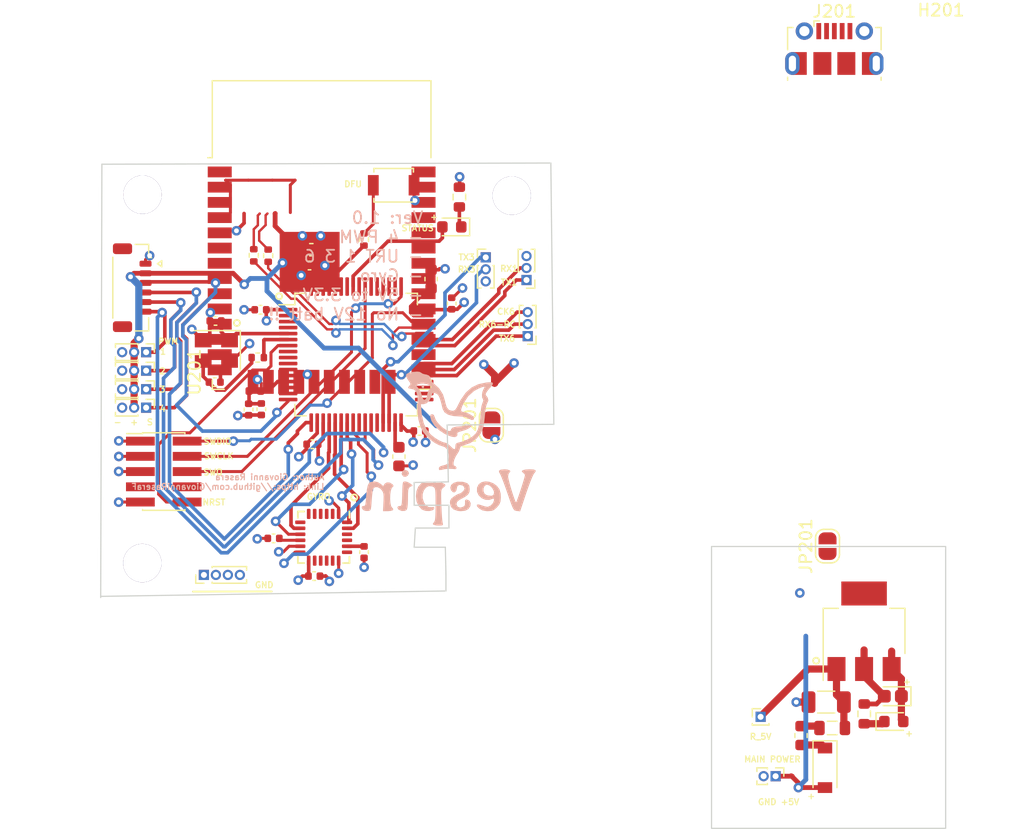
<source format=kicad_pcb>
(kicad_pcb (version 20211014) (generator pcbnew)
  (layers (0 "F.Cu" signal) (1 "In1.Cu" signal) (2 "In2.Cu" signal) (31 "B.Cu" signal) (34 "B.Paste" user) (35 "F.Paste" user) (36 "B.SilkS" user "B.Silkscreen") (37 "F.SilkS" user "F.Silkscreen") (38 "B.Mask" user) (39 "F.Mask" user) (44 "Edge.Cuts" user))
  (net 0 "")
  (net 1 "BUCK_VOUT_3V3")
  (net 2 "GND")
  (net 3 "+3.3VA")
  (net 4 "HSE_IN")
  (net 5 "BUCK_IN")
  (net 6 "Net-(C3-Pad1)")
  (net 7 "Net-(D1-Pad1)")
  (net 8 "Net-(D101-Pad1)")
  (net 9 "+5V")
  (net 10 "Net-(C316-Pad1)")
  (net 11 "Net-(F101-Pad2)")
  (net 12 "USB_CONN_D-")
  (net 13 "USB_CONN_D+")
  (net 14 "Net-(C317-Pad1)")
  (net 15 "Net-(D102-Pad1)")
  (net 16 "SWDIO")
  (net 17 "SWCLK")
  (net 18 "SWO")
  (net 19 "NRST")
  (net 20 "Net-(C1-Pad1)")
  (net 21 "BOOT0")
  (net 22 "HSE_OUT")
  (net 32 "Net-(C12-Pad1)")
  (net 34 "PWM4")
  (net 35 "PWM3")
  (net 37 "USART6_TX")
  (net 42 "USART6_RX")
  (net 45 "USART6_CK")
  (net 46 "USART1_TX")
  (net 47 "USB_D-")
  (net 48 "USB_D+")
  (net 55 "LED0")
  (net 56 "PWM1")
  (net 57 "GYRO_INT_EXTI")
  (net 58 "Net-(R1-Pad2)")
  (net 60 "USART1_RX")
  (net 62 "USART3_TX")
  (net 66 "MPU6000_CS_PIN")
  (net 67 "GYRO_SCK_PIN")
  (net 68 "GYRO_MISO_PIN")
  (net 69 "GYRO_MOSI_PIN")
  (net 70 "PWM2")
  (net 72 "USART3_RX")
  (net 74 "unconnected-(J201-Pad6)")
  (net 79 "Net-(C102-Pad1)")
  (net 81 "Net-(U201-Pad1)")
  (net 85 "unconnected-(U201-Pad5)")
  (footprint "Connector_PinHeader_1.00mm:PinHeader_1x03_P1.00mm_Vertical" (layer "F.Cu") (at 130.89 103.46 -90)
    (fp_text reference "J208")
    (fp_text value "Conn_01x03_Female")
  )
  (footprint "Capacitor_SMD:C_0402_1005Metric" (layer "F.Cu") (at 144.76 106.51 180)
    (fp_text reference "C8")
    (fp_text value "100n")
  )
  (footprint "Capacitor_SMD:C_0402_1005Metric" (layer "F.Cu") (at 156.38 94.77 90)
    (fp_text reference "C5")
    (fp_text value "100n")
  )
  (footprint "Resistor_SMD:R_0402_1005Metric" (layer "F.Cu") (at 139.87 90.75 -90)
    (fp_text reference "R201")
    (fp_text value "22")
  )
  (footprint "Resistor_SMD:R_0402_1005Metric" (layer "F.Cu") (at 149.06 89.43 90)
    (fp_text reference "R1")
    (fp_text value "10K")
  )
  (footprint "Package_TO_SOT_SMD:SOT-223" (layer "F.Cu") (at 190.78 122.11 90)
    (fp_text reference "VR101")
    (fp_text value "LM3940IMP-3.3/NOPB")
  )
  (footprint "Connector_USB:USB_Micro-B_Molex-105017-0001" (layer "F.Cu") (at 188.3 73.51)
    (fp_text reference "J201")
    (fp_text value "USB_B_Micro")
  )
  (footprint "Capacitor_SMD:C_0402_1005Metric" (layer "F.Cu") (at 144.52 91.6)
    (fp_text reference "C6")
    (fp_text value "100n")
  )
  (footprint "Capacitor_SMD:C_0402_1005Metric" (layer "F.Cu") (at 136.61 101.33)
    (fp_text reference "C12")
    (fp_text value "12p")
  )
  (footprint "Capacitor_SMD:C_0402_1005Metric" (layer "F.Cu") (at 153.698 105.402)
    (fp_text reference "C4")
    (fp_text value "100n")
  )
  (footprint "Jumper:SolderJumper-2_P1.3mm_Open_RoundedPad1.0x1.5mm" (layer "F.Cu") (at 187.73 115.01 90)
    (fp_text reference "JP201")
    (fp_text value "Jumper_2_Open")
  )
  (footprint "Capacitor_SMD:C_0402_1005Metric" (layer "F.Cu") (at 149.07 115.51 -90)
    (fp_text reference "C317")
    (fp_text value "22n")
  )
  (footprint "Crystal:Crystal_SMD_3225-4Pin_3.2x2.5mm" (layer "F.Cu") (at 136.75 98.68 180)
    (fp_text reference "Y1")
    (fp_text value "16MHz")
  )
  (footprint "MountingHole:MountingHole_3.2mm_M3" (layer "F.Cu") (at 197.2 74.5)
    (fp_text reference "H201")
    (fp_text value "MountingHole_Pad")
  )
  (footprint "Connector_PinHeader_1.00mm:PinHeader_1x03_P1.00mm_Vertical" (layer "F.Cu") (at 162.62 92.81 180)
    (fp_text reference "J210")
    (fp_text value "Conn_01x03_Female")
  )
  (footprint "Connector_PinHeader_1.00mm:PinHeader_1x02_P1.00mm_Vertical" (layer "F.Cu") (at 183.4 134.2 -90)
    (fp_text reference "J202")
    (fp_text value "BATTERY")
  )
  (footprint "Sensor_Motion:InvenSense_QFN-24_4x4mm_P0.5mm" (layer "F.Cu") (at 145.7 114.27 -90)
    (fp_text reference "U303")
    (fp_text value "MPU-6000")
  )
  (footprint "Capacitor_SMD:C_0402_1005Metric" (layer "F.Cu") (at 141.52 114.36 180)
    (fp_text reference "C316")
    (fp_text value "100n")
  )
  (footprint "Capacitor_SMD:C_0603_1608Metric" (layer "F.Cu") (at 151.9765 107.54 -90)
    (fp_text reference "C1")
    (fp_text value "2u2")
  )
  (footprint "Connector_Hirose:Hirose_DF52-6S-0.8H_1x06-1MP_P0.80mm_Horizontal" (layer "F.Cu") (at 129.73 93.45 -90)
    (fp_text reference "J204")
    (fp_text value "Conn_01x06_Male")
  )
  (footprint "RF_Module:ESP32-WROOM-32" (layer "F.Cu") (at 145.53 92.05)
    (fp_text reference "U201")
    (fp_text value "ESP32-WROOM-32")
  )
  (footprint "Capacitor_SMD:C_0402_1005Metric" (layer "F.Cu") (at 139.44 103.61 -90)
    (fp_text reference "C9")
    (fp_text value "1u")
  )
  (footprint "LED_SMD:LED_0603_1608Metric" (layer "F.Cu") (at 193.26 129.64)
    (fp_text reference "D102")
    (fp_text value "RED")
  )
  (footprint "Connector_PinHeader_1.00mm:PinHeader_1x03_P1.00mm_Vertical" (layer "F.Cu") (at 130.89 101.92 -90)
    (fp_text reference "J207")
    (fp_text value "Conn_01x03_Female")
  )
  (footprint "Resistor_SMD:R_0603_1608Metric" (layer "F.Cu") (at 157.02 85.89 -90)
    (fp_text reference "R3")
    (fp_text value "1K5")
  )
  (footprint "Resistor_SMD:R_0402_1005Metric" (layer "F.Cu") (at 140.2 99.28 180)
    (fp_text reference "R2")
    (fp_text value "47")
  )
  (footprint "LED_SMD:LED_0603_1608Metric" (layer "F.Cu") (at 156.39 88.38 180)
    (fp_text reference "D1")
    (fp_text value "BLUE")
  )
  (footprint "Fuse:Fuse_0603_1608Metric" (layer "F.Cu") (at 185.52 130.81 90)
    (fp_text reference "F101")
    (fp_text value "250mA")
  )
  (footprint "Diode_SMD:D_SOD-123" (layer "F.Cu") (at 187.52 133.5 -90)
    (fp_text reference "D101")
    (fp_text value "B5819W")
  )
  (footprint "Connector_PinHeader_1.00mm:PinHeader_1x03_P1.00mm_Vertical" (layer "F.Cu") (at 162.72 97.49 180)
    (fp_text reference "J209")
    (fp_text value "Conn_01x03_Female")
  )
  (footprint "Capacitor_SMD:C_0402_1005Metric" (layer "F.Cu") (at 140.5 103.59 -90)
    (fp_text reference "C10")
    (fp_text value "10n")
  )
  (footprint "Resistor_SMD:R_0402_1005Metric" (layer "F.Cu") (at 141.07 90.78 -90)
    (fp_text reference "R202")
    (fp_text value "22")
  )
  (footprint "Inductor_SMD:L_0805_2012Metric" (layer "F.Cu") (at 188.12 130.18)
    (fp_text reference "FB101")
    (fp_text value "600 @ 600MHz")
  )
  (footprint "Jumper:SolderJumper-2_P1.3mm_Open_RoundedPad1.0x1.5mm" (layer "F.Cu") (at 159.69 104.92 90)
    (fp_text reference "JP201")
    (fp_text value "Jumper_2_Open")
  )
  (footprint "Capacitor_SMD:C_0402_1005Metric" (layer "F.Cu") (at 136.68 96.22 180)
    (fp_text reference "C11")
    (fp_text value "12p")
  )
  (footprint "Connector_PinHeader_1.27mm:PinHeader_2x05_P1.27mm_Vertical_SMD" (layer "F.Cu") (at 132.36 108.79)
    (fp_text reference "J203")
    (fp_text value "SWD_CONN")
  )
  (footprint "Connector_PinHeader_1.00mm:PinHeader_1x03_P1.00mm_Vertical" (layer "F.Cu") (at 130.89 100.37 -90)
    (fp_text reference "J206")
    (fp_text value "Conn_01x03_Female" hide)
  )
  (footprint "Capacitor_SMD:C_0603_1608Metric" (layer "F.Cu") (at 154.66 92.73 90)
    (fp_text reference "C3")
    (fp_text value "2u2")
  )
  (footprint "MountingHole:MountingHole_3.2mm_M3" (layer "F.Cu") (at 161.39 85.77)
    (fp_text reference "H203")
    (fp_text value "MountingHole_Pad")
  )
  (footprint "Capacitor_SMD:C_0603_1608Metric" (layer "F.Cu") (at 144.67 90.28)
    (fp_text reference "C2")
    (fp_text value "4u7")
  )
  (footprint "Capacitor_SMD:C_0402_1005Metric" (layer "F.Cu") (at 140.43 95.29 180)
    (fp_text reference "C7")
    (fp_text value "100n")
  )
  (footprint "MountingHole:MountingHole_3.2mm_M3" (layer "F.Cu") (at 130.59 85.69)
    (fp_text reference "H204")
    (fp_text value "MountingHole_Pad")
  )
  (footprint "Inductor_SMD:L_0402_1005Metric" (layer "F.Cu") (at 139.96 102.07 180)
    (fp_text reference "L1")
    (fp_text value "39n")
  )
  (footprint "Capacitor_SMD:C_0402_1005Metric" (layer "F.Cu") (at 144.91 117.51)
    (fp_text reference "C315")
    (fp_text value "100n")
  )
  (footprint "Connector_PinHeader_1.00mm:PinHeader_1x03_P1.00mm_Vertical" (layer "F.Cu") (at 159.22 90.92)
    (fp_text reference "J211")
    (fp_text value "Conn_01x03_Female")
  )
  (footprint "MountingHole:MountingHole_3.2mm_M3" (layer "F.Cu") (at 130.57 116.42)
    (fp_text reference "H202")
    (fp_text value "MountingHole_Pad")
  )
  (footprint "Connector_PinHeader_1.00mm:PinHeader_1x03_P1.00mm_Vertical" (layer "F.Cu") (at 130.89 98.83 -90)
    (fp_text reference "J205")
    (fp_text value "Conn_01x03_Female")
  )
  (footprint "Capacitor_SMD:C_1206_3216Metric" (layer "F.Cu") (at 187.62 128.02 180)
    (fp_text reference "C101")
    (fp_text value "0u47")
  )
  (footprint "Package_QFP:LQFP-64_10x10mm_P0.5mm" (layer "F.Cu") (at 148.41 99.03)
    (fp_text reference "U1")
    (fp_text value "STM32F405RGT6")
  )
  (footprint "Button_Switch_SMD:SW_SPST_B3U-1000P" (layer "F.Cu") (at 151.54 84.905 180)
    (fp_text reference "SW1")
    (fp_text value "SW_SPDT")
  )
  (footprint "Connector_PinHeader_1.00mm:PinHeader_1x01_P1.00mm_Vertical" (layer "F.Cu") (at 182.15 129.25)
    (fp_text reference "J101")
    (fp_text value "+5V")
  )
  (footprint "Capacitor_Tantalum_SMD:CP_EIA-1608-08_AVX-J" (layer "F.Cu") (at 193.18 127.53 180)
    (fp_text reference "C102")
    (fp_text value "33u")
  )
  (footprint "Connector_PinHeader_1.00mm:PinHeader_1x04_P1.00mm_Vertical" (layer "F.Cu") (at 135.71 117.41 90)
    (fp_text reference "J102")
    (fp_text value "GND")
  )
  (footprint "Resistor_SMD:R_0603_1608Metric" (layer "F.Cu") (at 190.79 129 -90)
    (fp_text reference "R101")
    (fp_text value "1K")
  )
  (footprint "Footprints:LogoVespin20x17p5" (layer "B.Cu") (at 156.23 106.85 180)
    (fp_text reference "G***")
    (fp_text value "LOGO" hide)
  )
  (gr_circle (center 148.247018 110.95) (end 148.487018 111.03) (layer "F.SilkS") (width 0.15) (fill none))
  (gr_circle (center 186.782982 124.57) (end 187.022982 124.65) (layer "F.SilkS") (width 0.15) (fill none))
  (gr_line (start 134.79 118.8) (end 141.37 118.79) (layer "F.SilkS") (width 0.15))
  (gr_circle (center 138.462982 96.39) (end 138.702982 96.47) (layer "F.SilkS") (width 0.15) (fill none))
  (gr_circle (center 141.977018 94.17) (end 142.217018 94.25) (layer "F.SilkS") (width 0.15) (fill none))
  (gr_line (start 156 104.9) (end 156.1 109.65) (layer "Edge.Cuts") (width 0.1))
  (gr_line (start 127.2 83.15) (end 164.65 83.05) (layer "Edge.Cuts") (width 0.1))
  (gr_line (start 127.1 119.3) (end 127.2 83.15) (layer "Edge.Cuts") (width 0.1))
  (gr_line (start 164.9 104.85) (end 156 104.9) (layer "Edge.Cuts") (width 0.1))
  (gr_line (start 164.65 83.05) (end 164.9 104.85) (layer "Edge.Cuts") (width 0.1))
  (gr_line (start 153.25 111.6) (end 156.15 111.6) (layer "Edge.Cuts") (width 0.1))
  (gr_line (start 155.85 115.1) (end 155.9 117.35) (layer "Edge.Cuts") (width 0.1))
  (gr_line (start 153.25 109.7) (end 153.25 111.6) (layer "Edge.Cuts") (width 0.1))
  (gr_line (start 153.35 113.5) (end 153.25 115.1) (layer "Edge.Cuts") (width 0.1))
  (gr_line (start 156.15 111.6) (end 156.15 113.5) (layer "Edge.Cuts") (width 0.1))
  (gr_line (start 155.9 118.75) (end 127.1 119.2) (layer "Edge.Cuts") (width 0.1))
  (gr_line (start 156.1 109.65) (end 153.25 109.7) (layer "Edge.Cuts") (width 0.1))
  (gr_rect (start 178.055 115.04) (end 197.585 138.55) (layer "Edge.Cuts") (width 0.1) (fill none))
  (gr_line (start 156.15 113.5) (end 153.35 113.5) (layer "Edge.Cuts") (width 0.1))
  (gr_line (start 153.25 115.1) (end 155.85 115.1) (layer "Edge.Cuts") (width 0.1))
  (gr_line (start 155.9 117.35) (end 155.9 118.75) (layer "Edge.Cuts") (width 0.1))
  (gr_text "Ver: 1.0\n- 4 PWM\n- URT 1 3 6\n- Gyro\n- 5V to 3.3V\n- No 12V batt !!" (at 154.1 91.64) (layer "B.SilkS") (effects (font (size 1 1)) (justify left mirror)))
  (gr_text "Author: Giovanni Rasera\nLink: https://github.com/GiovanniRaseraF" (at 145.81 109.65) (layer "B.SilkS") (effects (font (size 0.5 0.5) (thickness 0.1)) (justify left mirror)))
  (gr_text "+" (at 154.91 87.55) (layer "F.SilkS") (effects (font (size 0.5 0.5) (thickness 0.1))))
  (gr_text "DFU" (at 148.15 84.81) (layer "F.SilkS") (effects (font (size 0.5 0.5) (thickness 0.1))))
  (gr_text "PWM" (at 132.73 97.93) (layer "F.SilkS") (effects (font (size 0.5 0.5) (thickness 0.1))))
  (gr_text "TX1" (at 161.15 93) (layer "F.SilkS") (effects (font (size 0.5 0.5) (thickness 0.1))))
  (gr_text "CK6" (at 160.91 95.44) (layer "F.SilkS") (effects (font (size 0.5 0.5) (thickness 0.1))))
  (gr_text "+" (at 194.54 130.63) (layer "F.SilkS") (effects (font (size 0.5 0.5) (thickness 0.1))))
  (gr_text "SWCLK" (at 136.95 107.5) (layer "F.SilkS") (effects (font (size 0.5 0.5) (thickness 0.1))))
  (gr_text "+5V\n" (at 184.6 136.35) (layer "F.SilkS") (effects (font (size 0.5 0.5) (thickness 0.1))))
  (gr_text "SWDIO" (at 136.85 106.28) (layer "F.SilkS") (effects (font (size 0.5 0.5) (thickness 0.1))))
  (gr_text "R_5V\n" (at 182.15 130.9) (layer "F.SilkS") (effects (font (size 0.5 0.5) (thickness 0.1))))
  (gr_text "GND\n" (at 182.7 136.35) (layer "F.SilkS") (effects (font (size 0.5 0.5) (thickness 0.1))))
  (gr_text "+" (at 186.37 135.86) (layer "F.SilkS") (effects (font (size 0.5 0.5) (thickness 0.1))))
  (gr_text "TX3" (at 157.62 90.91) (layer "F.SilkS") (effects (font (size 0.5 0.5) (thickness 0.1))))
  (gr_text "RX1" (at 161.16 91.86) (layer "F.SilkS") (effects (font (size 0.5 0.5) (thickness 0.1))))
  (gr_text "3" (at 132.25 101.93) (layer "F.SilkS") (effects (font (size 0.5 0.5) (thickness 0.1))))
  (gr_text "MAIN POWER\n" (at 183.13 132.79) (layer "F.SilkS") (effects (font (size 0.5 0.5) (thickness 0.1))))
  (gr_text "4" (at 132.28 103.54) (layer "F.SilkS") (effects (font (size 0.5 0.5) (thickness 0.1))))
  (gr_text "GND\n" (at 140.74 118.25) (layer "F.SilkS") (effects (font (size 0.5 0.5) (thickness 0.1))))
  (gr_text "-  +  S" (at 129.82 104.67) (layer "F.SilkS") (effects (font (size 0.5 0.5) (thickness 0.1))))
  (gr_text "GYRO" (at 145.28 110.89) (layer "F.SilkS") (effects (font (size 0.5 0.5) (thickness 0.1))))
  (gr_text "RX3" (at 157.63 91.92) (layer "F.SilkS") (effects (font (size 0.5 0.5) (thickness 0.1))))
  (gr_text "TX6" (at 160.99 97.69) (layer "F.SilkS") (effects (font (size 0.5 0.5) (thickness 0.1))))
  (gr_text "2" (at 132.25 100.41) (layer "F.SilkS") (effects (font (size 0.5 0.5) (thickness 0.1))))
  (gr_text "+" (at 194.36 126.31) (layer "F.SilkS") (effects (font (size 0.5 0.5) (thickness 0.1))))
  (gr_text "SWO" (at 136.47 108.85) (layer "F.SilkS") (effects (font (size 0.5 0.5) (thickness 0.1))))
  (gr_text "RX6-RC" (at 160.18 96.51) (layer "F.SilkS") (effects (font (size 0.5 0.5) (thickness 0.1))))
  (gr_text "NRST" (at 136.55 111.35) (layer "F.SilkS") (effects (font (size 0.5 0.5) (thickness 0.1))))
  (gr_text "1" (at 132.3 98.78) (layer "F.SilkS") (effects (font (size 0.5 0.5) (thickness 0.1))))
  (gr_text "STATUS" (at 153.54 88.48) (layer "F.SilkS") (effects (font (size 0.5 0.5) (thickness 0.1))))
  (segment (start 153.218 106.272) (end 153.16 106.33) (width 0.3) (layer "F.Cu") (net 1))
  (segment (start 152.654 105.41) (end 153.21 105.41) (width 0.3) (layer "F.Cu") (net 1))
  (segment (start 143.895 89.595) (end 143.925 89.565) (width 0.3) (layer "F.Cu") (net 1))
  (segment (start 156.84 95.25) (end 157.42 94.67) (width 0.3) (layer "F.Cu") (net 1))
  (segment (start 152.16 104.916) (end 152.654 105.41) (width 0.3) (layer "F.Cu") (net 1))
  (segment (start 141.859639 101.28) (end 141.069639 102.07) (width 0.3) (layer "F.Cu") (net 1))
  (segment (start 140.49 102.025) (end 140.445 102.07) (width 0.25) (layer "F.Cu") (net 1))
  (segment (start 128.63 106.25) (end 128.61 106.23) (width 0.25) (layer "F.Cu") (net 1))
  (segment (start 140.91 95.29) (end 140.91 96.19) (width 0.3) (layer "F.Cu") (net 1))
  (segment (start 144.04 91.93) (end 144.66 92.55) (width 0.3) (layer "F.Cu") (net 1))
  (segment (start 130.41 106.25) (end 128.63 106.25) (width 0.25) (layer "F.Cu") (net 1))
  (segment (start 152.16 104.705) (end 152.16 104.916) (width 0.3) (layer "F.Cu") (net 1))
  (segment (start 140.49 101.42) (end 140.49 102.025) (width 0.25) (layer "F.Cu") (net 1))
  (segment (start 153.21 105.41) (end 153.218 105.402) (width 0.3) (layer "F.Cu") (net 1))
  (segment (start 153.218 105.402) (end 153.218 106.272) (width 0.3) (layer "F.Cu") (net 1))
  (segment (start 144.66 92.55) (end 144.66 93.355) (width 0.3) (layer "F.Cu") (net 1))
  (segment (start 140.92 95.28) (end 142.735 95.28) (width 0.3) (layer "F.Cu") (net 1))
  (segment (start 140.91 95.29) (end 140.92 95.28) (width 0.3) (layer "F.Cu") (net 1))
  (segment (start 143.895 90.28) (end 143.895 89.595) (width 0.3) (layer "F.Cu") (net 1))
  (segment (start 156.35 95.28) (end 156.38 95.25) (width 0.3) (layer "F.Cu") (net 1))
  (segment (start 144.43 117.51) (end 143.93 117.51) (width 0.3) (layer "F.Cu") (net 1))
  (segment (start 144.04 92.15) (end 143.8 92.39) (width 0.3) (layer "F.Cu") (net 1))
  (segment (start 142.735 101.28) (end 141.859639 101.28) (width 0.3) (layer "F.Cu") (net 1))
  (segment (start 145.24 106.51) (end 145.24 107.79) (width 0.3) (layer "F.Cu") (net 1))
  (segment (start 140.91 96.19) (end 140.93 96.21) (width 0.3) (layer "F.Cu") (net 1))
  (segment (start 141.069639 102.07) (end 140.445 102.07) (width 0.3) (layer "F.Cu") (net 1))
  (segment (start 153.24 84.905) (end 153.24 86.1) (width 0.25) (layer "F.Cu") (net 1))
  (segment (start 145.66 104.705) (end 145.66 106.09) (width 0.3) (layer "F.Cu") (net 1))
  (segment (start 143.925 89.565) (end 143.925 89.125) (width 0.3) (layer "F.Cu") (net 1))
  (segment (start 144.04 91.6) (end 144.04 92.15) (width 0.3) (layer "F.Cu") (net 1))
  (segment (start 156.38 95.25) (end 156.84 95.25) (width 0.3) (layer "F.Cu") (net 1))
  (segment (start 144.04 91.6) (end 144.04 91.93) (width 0.3) (layer "F.Cu") (net 1))
  (segment (start 153.24 86.1) (end 153.32 86.18) (width 0.25) (layer "F.Cu") (net 1))
  (segment (start 145.24 107.79) (end 145.35 107.9) (width 0.3) (layer "F.Cu") (net 1))
  (segment (start 143.93 117.51) (end 143.59 117.85) (width 0.3) (layer "F.Cu") (net 1))
  (segment (start 144.45 116.22) (end 144.45 117.49) (width 0.3) (layer "F.Cu") (net 1))
  (segment (start 143.59 117.85) (end 143.575 117.85) (width 0.3) (layer "F.Cu") (net 1))
  (segment (start 144.45 117.49) (end 144.43 117.51) (width 0.3) (layer "F.Cu") (net 1))
  (segment (start 154.085 95.28) (end 156.35 95.28) (width 0.3) (layer "F.Cu") (net 1))
  (segment (start 140.18 101.11) (end 140.49 101.42) (width 0.25) (layer "F.Cu") (net 1))
  (segment (start 145.66 106.09) (end 145.24 106.51) (width 0.3) (layer "F.Cu") (net 1))
  (via (at 128.61 106.23) (size 0.8) (drill 0.4) (layers "F.Cu" "B.Cu") (net 1))
  (via (at 140.93 96.21) (size 0.8) (drill 0.4) (layers "F.Cu" "B.Cu") (net 1))
  (via (at 143.925 89.125) (size 0.8) (drill 0.4) (layers "F.Cu" "B.Cu") (net 1))
  (via (at 153.32 86.18) (size 0.8) (drill 0.4) (layers "F.Cu" "B.Cu") (net 1))
  (via (at 143.575 117.85) (size 0.8) (drill 0.4) (layers "F.Cu" "B.Cu") (net 1))
  (via (at 140.18 101.11) (size 0.8) (drill 0.4) (layers "F.Cu" "B.Cu") (net 1))
  (via (at 153.16 106.33) (size 0.8) (drill 0.4) (layers "F.Cu" "B.Cu") (net 1))
  (via (at 145.35 107.9) (size 0.8) (drill 0.4) (layers "F.Cu" "B.Cu") (net 1))
  (via (at 157.42 94.67) (size 0.8) (drill 0.4) (layers "F.Cu" "B.Cu") (net 1))
  (via (at 143.825 92.425) (size 0.8) (drill 0.4) (layers "F.Cu" "B.Cu") (net 1))
  (segment (start 136.2 95.51) (end 136.21 95.5) (width 0.3) (layer "F.Cu") (net 2))
  (segment (start 130.84 91.45) (end 130.84 91.11) (width 0.25) (layer "F.Cu") (net 2))
  (segment (start 159.96 100.75) (end 159.06 99.85) (width 0.6) (layer "F.Cu") (net 2))
  (segment (start 145.86 117.51) (end 145.87 117.5) (width 0.3) (layer "F.Cu") (net 2))
  (segment (start 159.96 101.42) (end 159.96 100.75) (width 0.6) (layer "F.Cu") (net 2))
  (segment (start 145 91.6) (end 145.8 91.6) (width 0.3) (layer "F.Cu") (net 2))
  (segment (start 146.95 111.829315) (end 146.345685 111.225) (width 0.25) (layer "F.Cu") (net 2))
  (segment (start 144.28 106.51) (end 144.28 106.89) (width 0.3) (layer "F.Cu") (net 2))
  (segment (start 130.41 111.33) (end 128.61 111.33) (width 0.25) (layer "F.Cu") (net 2))
  (segment (start 145 91.6) (end 145.16 91.76) (width 0.3) (layer "F.Cu") (net 2))
  (segment (start 154.66 91.955) (end 155.295 91.955) (width 0.3) (layer "F.Cu") (net 2))
  (segment (start 144.24 100.78) (end 144.34 100.68) (width 0.25) (layer "F.Cu") (net 2))
  (segment (start 156.38 94.29) (end 156.47 94.29) (width 0.25) (layer "F.Cu") (net 2))
  (segment (start 154.178 106.338) (end 154.2 106.36) (width 0.25) (layer "F.Cu") (net 2))
  (segment (start 130.84 91.11) (end 131.18 90.77) (width 0.25) (layer "F.Cu") (net 2))
  (segment (start 191.8225 128.175) (end 192.4675 127.53) (width 0.4) (layer "F.Cu") (net 2))
  (segment (start 128.62 107.52) (end 128.61 107.53) (width 0.25) (layer "F.Cu") (net 2))
  (segment (start 155.295 91.955) (end 155.375 91.875) (width 0.3) (layer "F.Cu") (net 2))
  (segment (start 145.445 90.28) (end 145.445 89.595) (width 0.3) (layer "F.Cu") (net 2))
  (segment (start 149.07 116.77) (end 149.075 116.775) (width 0.25) (layer "F.Cu") (net 2))
  (segment (start 142.64 115.19) (end 142.35 115.48) (width 0.25) (layer "F.Cu") (net 2))
  (segment (start 135.65 97.83) (end 135.59 97.83) (width 0.3) (layer "F.Cu") (net 2))
  (segment (start 143.75 115.02) (end 142.81 115.02) (width 0.25) (layer "F.Cu") (net 2))
  (segment (start 145.45 89.59) (end 145.45 89.125) (width 0.3) (layer "F.Cu") (net 2))
  (segment (start 130.41 107.52) (end 128.62 107.52) (width 0.25) (layer "F.Cu") (net 2))
  (segment (start 145.16 105.580361) (end 144.28 106.460361) (width 0.3) (layer "F.Cu") (net 2))
  (segment (start 159.96 101.36) (end 161.58 99.74) (width 0.6) (layer "F.Cu") (net 2))
  (segment (start 140.2 114.36) (end 140.16 114.4) (width 0.25) (layer "F.Cu") (net 2))
  (segment (start 130.41 108.79) (end 128.61 108.79) (width 0.25) (layer "F.Cu") (net 2))
  (segment (start 145.445 89.595) (end 145.45 89.59) (width 0.3) (layer "F.Cu") (net 2))
  (segment (start 144.28 106.89) (end 143.62 107.55) (width 0.3) (layer "F.Cu") (net 2))
  (segment (start 128.61 111.33) (end 128.6 111.34) (width 0.25) (layer "F.Cu") (net 2))
  (segment (start 155.375 91.875) (end 155.825 91.875) (width 0.3) (layer "F.Cu") (net 2))
  (segment (start 137.85 99.53) (end 138.149022 99.53) (width 0.3) (layer "F.Cu") (net 2))
  (segment (start 151.9765 108.315) (end 153.095 108.315) (width 0.25) (layer "F.Cu") (net 2))
  (segment (start 186.145 128.02) (end 185.12 128.02) (width 0.6) (layer "F.Cu") (net 2))
  (segment (start 149.07 115.99) (end 149.07 116.77) (width 0.25) (layer "F.Cu") (net 2))
  (segment (start 190.78 125.8425) (end 192.4675 127.53) (width 0.6) (layer "F.Cu") (net 2))
  (segment (start 136.2 97.28) (end 135.65 97.83) (width 0.3) (layer "F.Cu") (net 2))
  (segment (start 140.5 104.07) (end 139.46 104.07) (width 0.3) (layer "F.Cu") (net 2))
  (segment (start 137.09 100.29) (end 137.85 99.53) (width 0.3) (layer "F.Cu") (net 2))
  (segment (start 154.178 105.402) (end 154.178 106.338) (width 0.25) (layer "F.Cu") (net 2))
  (segment (start 146.345685 111.225) (end 146.15 111.225) (width 0.25) (layer "F.Cu") (net 2))
  (segment (start 141.04 114.36) (end 140.2 114.36) (width 0.25) (layer "F.Cu") (net 2))
  (segment (start 145.87 117.5) (end 146.175 117.805) (width 0.3) (layer "F.Cu") (net 2))
  (segment (start 138.57 104.09) (end 138.54 104.12) (width 0.3) (layer "F.Cu") (net 2))
  (segment (start 145.39 117.51) (end 145.86 117.51) (width 0.3) (layer "F.Cu") (net 2))
  (segment (start 146.95 116.22) (end 146.95 117.275) (width 0.25) (layer "F.Cu") (net 2))
  (segment (start 153.095 108.315) (end 153.16 108.25) (width 0.25) (layer "F.Cu") (net 2))
  (segment (start 190.78 125.26) (end 190.78 123.67) (width 0.6) (layer "F.Cu") (net 2))
  (segment (start 145.445 89.595) (end 145.44 89.59) (width 0.3) (layer "F.Cu") (net 2))
  (segment (start 156.47 94.29) (end 157.28 93.48) (width 0.25) (layer "F.Cu") (net 2))
  (segment (start 145.16 104.705) (end 145.16 105.580361) (width 0.3) (layer "F.Cu") (net 2))
  (segment (start 190.79 128.175) (end 191.8225 128.175) (width 0.4) (layer "F.Cu") (net 2))
  (segment (start 157.04 85.045) (end 157.02 85.065) (width 0.3) (layer "F.Cu") (net 2))
  (segment (start 157.04 84.2) (end 157.04 85.045) (width 0.3) (layer "F.Cu") (net 2))
  (segment (start 142.81 115.02) (end 142.64 115.19) (width 0.25) (layer "F.Cu") (net 2))
  (segment (start 145.16 91.76) (end 145.16 93.355) (width 0.3) (layer "F.Cu") (net 2))
  (segment (start 190.78 125.26) (end 190.78 125.8425) (width 0.6) (layer "F.Cu") (net 2))
  (segment (start 146.95 111.829315) (end 146.95 112.32) (width 0.25) (layer "F.Cu") (net 2))
  (segment (start 139.46 104.07) (end 139.44 104.09) (width 0.3) (layer "F.Cu") (net 2))
  (segment (start 139.95 95.29) (end 139.06 95.29) (width 0.25) (layer "F.Cu") (net 2))
  (segment (start 138.1 99.53) (end 137.85 99.53) (width 0.25) (layer "F.Cu") (net 2))
  (segment (start 139.52 98.11) (end 138.1 99.53) (width 0.25) (layer "F.Cu") (net 2))
  (segment (start 135.59 97.83) (end 134.68 96.92) (width 0.3) (layer "F.Cu") (net 2))
  (segment (start 137.09 101.33) (end 137.09 100.29) (width 0.3) (layer "F.Cu") (net 2))
  (segment (start 159.96 101.42) (end 159.96 101.36) (width 0.6) (layer "F.Cu") (net 2))
  (segment (start 159.96 106.13) (end 159.99 106.1) (width 0.6) (layer "F.Cu") (net 2))
  (segment (start 136.2 96.22) (end 136.2 97.28) (width 0.3) (layer "F.Cu") (net 2))
  (segment (start 144.28 106.460361) (end 144.28 106.51) (width 0.3) (layer "F.Cu") (net 2))
  (segment (start 146.175 117.805) (end 146.175 117.95) (width 0.3) (layer "F.Cu") (net 2))
  (segment (start 139.44 104.09) (end 138.57 104.09) (width 0.3) (layer "F.Cu") (net 2))
  (segment (start 142.735 100.78) (end 144.24 100.78) (width 0.25) (layer "F.Cu") (net 2))
  (segment (start 136.2 96.22) (end 136.2 95.51) (width 0.3) (layer "F.Cu") (net 2))
  (segment (start 142.35 115.48) (end 141.95 115.48) (width 0.25) (layer "F.Cu") (net 2))
  (segment (start 128.61 108.79) (end 128.6 108.78) (width 0.25) (layer "F.Cu") (net 2))
  (via (at 128.6 108.78) (size 0.8) (drill 0.4) (layers "F.Cu" "B.Cu") (net 2))
  (via (at 146.15 111.225) (size 0.8) (drill 0.4) (layers "F.Cu" "B.Cu") (net 2))
  (via (at 153.16 108.25) (size 0.8) (drill 0.4) (layers "F.Cu" "B.Cu") (net 2))
  (via (at 157.28 93.48) (size 0.8) (drill 0.4) (layers "F.Cu" "B.Cu") (net 2))
  (via (at 139.52 98.11) (size 0.8) (drill 0.4) (layers "F.Cu" "B.Cu") (net 2))
  (via (at 145.8 91.6) (size 0.8) (drill 0.4) (layers "F.Cu" "B.Cu") (net 2))
  (via (at 138.54 104.12) (size 0.8) (drill 0.4) (layers "F.Cu" "B.Cu") (net 2))
  (via (at 128.61 107.53) (size 0.8) (drill 0.4) (layers "F.Cu" "B.Cu") (net 2))
  (via (at 144.34 100.68) (size 0.8) (drill 0.4) (layers "F.Cu" "B.Cu") (net 2))
  (via (at 146.175 117.95) (size 0.8) (drill 0.4) (layers "F.Cu" "B.Cu") (net 2))
  (via (at 131.18 90.77) (size 0.8) (drill 0.4) (layers "F.Cu" "B.Cu") (net 2))
  (via (at 145.45 89.125) (size 0.8) (drill 0.4) (layers "F.Cu" "B.Cu") (net 2))
  (via (at 143.62 107.55) (size 0.8) (drill 0.4) (layers "F.Cu" "B.Cu") (net 2))
  (via (at 149.075 116.775) (size 0.8) (drill 0.4) (layers "F.Cu" "B.Cu") (net 2))
  (via (at 128.6 111.34) (size 0.8) (drill 0.4) (layers "F.Cu" "B.Cu") (net 2))
  (via (at 185.12 128.02) (size 0.8) (drill 0.4) (layers "F.Cu" "B.Cu") (net 2))
  (via (at 154.2 106.36) (size 0.8) (drill 0.4) (layers "F.Cu" "B.Cu") (net 2))
  (via (at 136.25 95.525) (size 0.8) (drill 0.4) (layers "F.Cu" "B.Cu") (net 2))
  (via (at 140.16 114.4) (size 0.8) (drill 0.4) (layers "F.Cu" "B.Cu") (net 2))
  (via (at 155.825 91.875) (size 0.8) (drill 0.4) (layers "F.Cu" "B.Cu") (net 2))
  (via (at 138.425 88.7) (size 0.8) (drill 0.4) (layers "F.Cu" "B.Cu") (net 2))
  (via (at 134.7 96.925) (size 0.8) (drill 0.4) (layers "F.Cu" "B.Cu") (net 2))
  (via (at 141.95 115.48) (size 0.8) (drill 0.4) (layers "F.Cu" "B.Cu") (net 2))
  (via (at 159.06 99.85) (size 0.8) (drill 0.4) (layers "F.Cu" "B.Cu") (net 2))
  (via (at 157.04 84.2) (size 0.8) (drill 0.4) (layers "F.Cu" "B.Cu") (net 2))
  (via (at 161.58 99.74) (size 0.8) (drill 0.4) (layers "F.Cu" "B.Cu") (net 2))
  (via (at 159.99 106.1) (size 0.8) (drill 0.4) (layers "F.Cu" "B.Cu") (net 2))
  (via (at 139.06 95.29) (size 0.8) (drill 0.4) (layers "F.Cu" "B.Cu") (net 2))
  (via (at 146.95 117.275) (size 0.8) (drill 0.4) (layers "F.Cu" "B.Cu") (net 2))
  (segment (start 139.44 103.13) (end 140.48 103.13) (width 0.3) (layer "F.Cu") (net 3))
  (segment (start 139.475 102.07) (end 139.475 103.095) (width 0.3) (layer "F.Cu") (net 3))
  (segment (start 139.475 103.095) (end 139.44 103.13) (width 0.3) (layer "F.Cu") (net 3))
  (segment (start 140.48 103.13) (end 140.5 103.11) (width 0.3) (layer "F.Cu") (net 3))
  (segment (start 142.735 97.28) (end 138.4 97.28) (width 0.3) (layer "F.Cu") (net 4))
  (segment (start 138.4 97.28) (end 137.85 97.83) (width 0.3) (layer "F.Cu") (net 4))
  (segment (start 137.16 96.22) (end 137.16 97.14) (width 0.3) (layer "F.Cu") (net 4))
  (segment (start 137.16 97.14) (end 137.85 97.83) (width 0.3) (layer "F.Cu") (net 4))
  (segment (start 189.095 128.02) (end 189.095 130.0925) (width 0.6) (layer "F.Cu") (net 5))
  (segment (start 189.095 130.0925) (end 189.1825 130.18) (width 0.6) (layer "F.Cu") (net 5))
  (segment (start 188.48 125.26) (end 186.1 125.26) (width 0.6) (layer "F.Cu") (net 5))
  (segment (start 186.1 125.26) (end 182.38 128.98) (width 0.6) (layer "F.Cu") (net 5))
  (segment (start 188.48 127.405) (end 189.095 128.02) (width 0.6) (layer "F.Cu") (net 5))
  (segment (start 188.48 125.26) (end 188.48 127.405) (width 0.6) (layer "F.Cu") (net 5))
  (segment (start 154.465 93.505) (end 154.66 93.505) (width 0.3) (layer "F.Cu") (net 6))
  (segment (start 153.209639 95.78) (end 152.96048 95.530841) (width 0.3) (layer "F.Cu") (net 6))
  (segment (start 152.96048 95.00952) (end 154.465 93.505) (width 0.3) (layer "F.Cu") (net 6))
  (segment (start 152.96048 95.530841) (end 152.96048 95.00952) (width 0.3) (layer "F.Cu") (net 6))
  (segment (start 154.085 95.78) (end 153.209639 95.78) (width 0.3) (layer "F.Cu") (net 6))
  (segment (start 157.02 88.2225) (end 157.1775 88.38) (width 0.3) (layer "F.Cu") (net 7))
  (segment (start 157.02 86.715) (end 157.02 88.2225) (width 0.3) (layer "F.Cu") (net 7))
  (segment (start 185.52 131.5975) (end 187.2675 131.5975) (width 0.6) (layer "F.Cu") (net 8))
  (segment (start 187.2675 131.5975) (end 187.52 131.85) (width 0.6) (layer "F.Cu") (net 8))
  (segment (start 142.27 88.93) (end 141.65 88.31) (width 0.4) (layer "F.Cu") (net 9))
  (segment (start 129.89 98.08) (end 130.28 97.69) (width 0.6) (layer "F.Cu") (net 9))
  (segment (start 129.89 98.83) (end 129.89 100.37) (width 0.6) (layer "F.Cu") (net 9))
  (segment (start 142.27 91.38) (end 142.27 88.93) (width 0.4) (layer "F.Cu") (net 9))
  (segment (start 185.3 135.15) (end 185.28 135.13) (width 0.4) (layer "F.Cu") (net 9))
  (segment (start 130.84 92.25) (end 129.88 92.25) (width 0.4) (layer "F.Cu") (net 9))
  (segment (start 141.65 87.2725) (end 141.66 87.2625) (width 0.4) (layer "F.Cu") (net 9))
  (segment (start 185.69 135.15) (end 184.7 134.16) (width 0.4) (layer "F.Cu") (net 9))
  (segment (start 184.79 134.2) (end 183.51 134.2) (width 0.4) (layer "F.Cu") (net 9))
  (segment (start 129.88 92.25) (end 129.59 92.54) (width 0.4) (layer "F.Cu") (net 9))
  (segment (start 185.69 135.15) (end 185.3 135.15) (width 0.4) (layer "F.Cu") (net 9))
  (segment (start 129.89 100.37) (end 129.89 101.92) (width 0.6) (layer "F.Cu") (net 9))
  (segment (start 141.65 88.31) (end 141.65 87.2725) (width 0.4) (layer "F.Cu") (net 9))
  (segment (start 139.075 93.175) (end 138.15 92.25) (width 0.4) (layer "F.Cu") (net 9))
  (segment (start 129.89 101.92) (end 129.89 103.46) (width 0.6) (layer "F.Cu") (net 9))
  (segment (start 129.89 98.83) (end 129.89 98.08) (width 0.6) (layer "F.Cu") (net 9))
  (segment (start 187.52 135.15) (end 185.69 135.15) (width 0.4) (layer "F.Cu") (net 9))
  (segment (start 138.15 92.25) (end 130.84 92.25) (width 0.4) (layer "F.Cu") (net 9))
  (segment (start 139.08 93.18) (end 139.075 93.175) (width 0.4) (layer "F.Cu") (net 9))
  (via (at 130.28 97.69) (size 0.8) (drill 0.4) (layers "F.Cu" "B.Cu") (net 9))
  (via (at 139.075 93.175) (size 0.8) (drill 0.4) (layers "F.Cu" "B.Cu") (net 9))
  (via (at 142.27 91.38) (size 0.8) (drill 0.4) (layers "F.Cu" "B.Cu") (net 9))
  (via (at 129.59 92.54) (size 0.8) (drill 0.4) (layers "F.Cu" "B.Cu") (net 9))
  (via (at 185.3 135.15) (size 0.8) (drill 0.4) (layers "F.Cu" "B.Cu") (net 9))
  (segment (start 145.73 98.49) (end 140.97 93.73) (width 0.4) (layer "B.Cu") (net 9))
  (segment (start 140.97 93.73) (end 140.97 92.68) (width 0.4) (layer "B.Cu") (net 9))
  (segment (start 155.099511 104.975673) (end 148.613838 98.49) (width 0.4) (layer "B.Cu") (net 9))
  (segment (start 148.613838 98.49) (end 145.73 98.49) (width 0.4) (layer "B.Cu") (net 9))
  (segment (start 185.919511 134.490489) (end 185.919511 122.515673) (width 0.4) (layer "B.Cu") (net 9))
  (segment (start 130.28 97.69) (end 130.28 93.23) (width 0.6) (layer "B.Cu") (net 9))
  (segment (start 185.28 135.13) (end 185.919511 134.490489) (width 0.4) (layer "B.Cu") (net 9))
  (segment (start 140.97 92.68) (end 139.58 92.68) (width 0.4) (layer "B.Cu") (net 9))
  (segment (start 139.58 92.68) (end 139.08 93.18) (width 0.4) (layer "B.Cu") (net 9))
  (segment (start 130.28 93.23) (end 129.59 92.54) (width 0.6) (layer "B.Cu") (net 9))
  (segment (start 140.97 92.68) (end 142.27 91.38) (width 0.4) (layer "B.Cu") (net 9))
  (segment (start 142.16 114.52) (end 142 114.36) (width 0.25) (layer "F.Cu") (net 10))
  (segment (start 143.75 114.52) (end 142.16 114.52) (width 0.25) (layer "F.Cu") (net 10))
  (segment (start 185.52 130.0225) (end 186.9 130.0225) (width 0.6) (layer "F.Cu") (net 11))
  (segment (start 186.9 130.0225) (end 187.0575 130.18) (width 0.6) (layer "F.Cu") (net 11))
  (segment (start 140.859511 87.412989) (end 141.01 87.2625) (width 0.2) (layer "F.Cu") (net 12))
  (segment (start 140.320001 88.762904) (end 140.859511 88.223394) (width 0.2) (layer "F.Cu") (net 12))
  (segment (start 141.07 90.27) (end 140.320001 89.520001) (width 0.2) (layer "F.Cu") (net 12))
  (segment (start 140.859511 88.223394) (end 140.859511 87.412989) (width 0.2) (layer "F.Cu") (net 12))
  (segment (start 140.320001 89.520001) (end 140.320001 88.762904) (width 0.2) (layer "F.Cu") (net 12))
  (segment (start 139.87 88.576522) (end 140.209511 88.237011) (width 0.2) (layer "F.Cu") (net 13))
  (segment (start 139.87 90.24) (end 139.87 88.576522) (width 0.2) (layer "F.Cu") (net 13))
  (segment (start 140.36 87.276103) (end 140.36 87.2625) (width 0.2) (layer "F.Cu") (net 13))
  (segment (start 140.209511 88.237011) (end 140.209511 87.426592) (width 0.2) (layer "F.Cu") (net 13))
  (segment (start 140.209511 87.426592) (end 140.36 87.276103) (width 0.2) (layer "F.Cu") (net 13))
  (segment (start 149.06 115.02) (end 149.07 115.03) (width 0.3) (layer "F.Cu") (net 14))
  (segment (start 147.65 115.02) (end 149.06 115.02) (width 0.3) (layer "F.Cu") (net 14))
  (segment (start 190.79 129.825) (end 192.2875 129.825) (width 0.6) (layer "F.Cu") (net 15))
  (segment (start 192.2875 129.825) (end 192.4725 129.64) (width 0.6) (layer "F.Cu") (net 15))
  (segment (start 134.31 106.25) (end 138.17 106.25) (width 0.25) (layer "F.Cu") (net 16))
  (segment (start 149.76 99.31) (end 145.99 103.08) (width 0.25) (layer "F.Cu") (net 16))
  (segment (start 152.298567 95.54) (end 149.88 95.54) (width 0.25) (layer "F.Cu") (net 16))
  (segment (start 149.88 95.54) (end 149.76 95.66) (width 0.25) (layer "F.Cu") (net 16))
  (segment (start 149.76 95.66) (end 149.76 99.31) (width 0.25) (layer "F.Cu") (net 16))
  (segment (start 138.17 106.25) (end 138.2 106.22) (width 0.25) (layer "F.Cu") (net 16))
  (segment (start 154.085 96.28) (end 153.038567 96.28) (width 0.25) (layer "F.Cu") (net 16))
  (segment (start 153.038567 96.28) (end 152.298567 95.54) (width 0.25) (layer "F.Cu") (net 16))
  (via (at 145.99 103.08) (size 0.8) (drill 0.4) (layers "F.Cu" "B.Cu") (net 16))
  (via (at 138.17 106.25) (size 0.8) (drill 0.4) (layers "F.Cu" "B.Cu") (net 16))
  (segment (start 141.734614 106.09) (end 144.574614 103.25) (width 0.25) (layer "B.Cu") (net 16))
  (segment (start 145.82 103.25) (end 145.99 103.08) (width 0.25) (layer "B.Cu") (net 16))
  (segment (start 138.21 106.22) (end 139.52 106.22) (width 0.25) (layer "B.Cu") (net 16))
  (segment (start 144.574614 103.25) (end 145.82 103.25) (width 0.25) (layer "B.Cu") (net 16))
  (segment (start 139.52 106.22) (end 139.65 106.09) (width 0.25) (layer "B.Cu") (net 16))
  (segment (start 139.65 106.09) (end 141.734614 106.09) (width 0.25) (layer "B.Cu") (net 16))
  (segment (start 152.16 94.195006) (end 152.16 93.355) (width 0.25) (layer "F.Cu") (net 17))
  (segment (start 148.02 96.79) (end 148.02 96) (width 0.25) (layer "F.Cu") (net 17))
  (segment (start 148.02 95.51) (end 148.31 95.22) (width 0.25) (layer "F.Cu") (net 17))
  (segment (start 148.02 96) (end 148.02 95.51) (width 0.25) (layer "F.Cu") (net 17))
  (segment (start 134.31 107.52) (end 139.335006 107.52) (width 0.25) (layer "F.Cu") (net 17))
  (segment (start 151.09 94.79) (end 151.565006 94.79) (width 0.25) (layer "F.Cu") (net 17))
  (segment (start 139.335006 107.52) (end 148.02 98.835006) (width 0.25) (layer "F.Cu") (net 17))
  (segment (start 151.565006 94.79) (end 152.16 94.195006) (width 0.25) (layer "F.Cu") (net 17))
  (segment (start 148.02 98.835006) (end 148.02 96.8) (width 0.25) (layer "F.Cu") (net 17))
  (segment (start 148.02 96.8) (end 148.02 96.79) (width 0.25) (layer "F.Cu") (net 17))
  (via (at 151.09 94.79) (size 0.8) (drill 0.4) (layers "F.Cu" "B.Cu") (net 17))
  (via (at 148.37 95.16) (size 0.8) (drill 0.4) (layers "F.Cu" "B.Cu") (net 17))
  (segment (start 148.37 95.16) (end 148.74 94.79) (width 0.25) (layer "B.Cu") (net 17))
  (segment (start 148.74 94.79) (end 151.09 94.79) (width 0.25) (layer "B.Cu") (net 17))
  (segment (start 149.16 98.5) (end 149.16 93.355) (width 0.25) (layer "F.Cu") (net 18))
  (segment (start 134.31 108.79) (end 138.87 108.79) (width 0.25) (layer "F.Cu") (net 18))
  (segment (start 138.87 108.79) (end 149.16 98.5) (width 0.25) (layer "F.Cu") (net 18))
  (segment (start 141.30452 98.870474) (end 141.30452 99.98548) (width 0.25) (layer "F.Cu") (net 19))
  (segment (start 142.735 98.28) (end 141.894994 98.28) (width 0.25) (layer "F.Cu") (net 19))
  (segment (start 141.894994 98.28) (end 141.30452 98.870474) (width 0.25) (layer "F.Cu") (net 19))
  (segment (start 132.909022 105.555489) (end 131.934511 106.53) (width 0.25) (layer "F.Cu") (net 19))
  (segment (start 134.545583 105.555489) (end 132.909022 105.555489) (width 0.25) (layer "F.Cu") (net 19))
  (segment (start 140.97 100.32) (end 139.781072 100.32) (width 0.25) (layer "F.Cu") (net 19))
  (segment (start 131.934511 106.53) (end 131.934511 110.684511) (width 0.25) (layer "F.Cu") (net 19))
  (segment (start 131.934511 110.684511) (end 132.58 111.33) (width 0.25) (layer "F.Cu") (net 19))
  (segment (start 141.30452 99.98548) (end 140.97 100.32) (width 0.25) (layer "F.Cu") (net 19))
  (segment (start 139.781072 100.32) (end 134.545583 105.555489) (width 0.25) (layer "F.Cu") (net 19))
  (segment (start 132.58 111.33) (end 134.31 111.33) (width 0.25) (layer "F.Cu") (net 19))
  (segment (start 151.66 106.4485) (end 151.9765 106.765) (width 0.3) (layer "F.Cu") (net 20))
  (segment (start 151.66 104.705) (end 151.66 106.4485) (width 0.3) (layer "F.Cu") (net 20))
  (segment (start 149.06 89.94) (end 146.66 92.34) (width 0.3) (layer "F.Cu") (net 21))
  (segment (start 146.66 92.34) (end 146.66 93.355) (width 0.3) (layer "F.Cu") (net 21))
  (segment (start 140.71 97.83) (end 140.71 99.28) (width 0.3) (layer "F.Cu") (net 22))
  (segment (start 140.76 97.78) (end 140.71 97.83) (width 0.3) (layer "F.Cu") (net 22))
  (segment (start 142.735 97.78) (end 140.76 97.78) (width 0.3) (layer "F.Cu") (net 22))
  (segment (start 137.44048 101.98952) (end 139.69 99.74) (width 0.3) (layer "F.Cu") (net 32))
  (segment (start 139.69 99.74) (end 139.69 99.28) (width 0.3) (layer "F.Cu") (net 32))
  (segment (start 135.65 99.53) (end 135.65 100.85) (width 0.3) (layer "F.Cu") (net 32))
  (segment (start 136.13 101.33) (end 136.13 101.372285) (width 0.3) (layer "F.Cu") (net 32))
  (segment (start 136.13 101.372285) (end 136.747235 101.98952) (width 0.3) (layer "F.Cu") (net 32))
  (segment (start 135.65 100.85) (end 136.13 101.33) (width 0.3) (layer "F.Cu") (net 32))
  (segment (start 136.747235 101.98952) (end 137.44048 101.98952) (width 0.3) (layer "F.Cu") (net 32))
  (segment (start 130.89 103.46) (end 133.24 103.46) (width 0.3) (layer "F.Cu") (net 34))
  (segment (start 133.95 97.4) (end 133.95 96.55) (width 0.3) (layer "F.Cu") (net 34))
  (segment (start 130.926 92.964) (end 136.589 92.964) (width 0.3) (layer "F.Cu") (net 34))
  (segment (start 133.95 96.55) (end 136.675 93.825) (width 0.3) (layer "F.Cu") (net 34))
  (segment (start 136.675 93.825) (end 136.675 93.05) (width 0.3) (layer "F.Cu") (net 34))
  (segment (start 134.275 102.425) (end 134.275 97.725) (width 0.3) (layer "F.Cu") (net 34))
  (segment (start 136.589 92.964) (end 136.675 93.05) (width 0.3) (layer "F.Cu") (net 34))
  (segment (start 130.84 93.05) (end 130.926 92.964) (width 0.3) (layer "F.Cu") (net 34))
  (segment (start 142.735 102.925) (end 141.8 103.86) (width 0.25) (layer "F.Cu") (net 34))
  (segment (start 134.275 97.725) (end 133.95 97.4) (width 0.3) (layer "F.Cu") (net 34))
  (segment (start 142.735 102.78) (end 142.735 102.925) (width 0.25) (layer "F.Cu") (net 34))
  (segment (start 133.24 103.46) (end 134.275 102.425) (width 0.3) (layer "F.Cu") (net 34))
  (via (at 141.8 103.86) (size 0.8) (drill 0.4) (layers "F.Cu" "B.Cu") (net 34))
  (via (at 136.675 93.05) (size 0.8) (drill 0.4) (layers "F.Cu" "B.Cu") (net 34))
  (segment (start 141.8 103.86) (end 141.8 104.077127) (width 0.3) (layer "B.Cu") (net 34))
  (segment (start 135.585 105.41) (end 133.45 103.275) (width 0.3) (layer "B.Cu") (net 34))
  (segment (start 141.986 103.886) (end 141.986 103.891127) (width 0.3) (layer "B.Cu") (net 34))
  (segment (start 133.45 103.275) (end 133.45 103.225) (width 0.3) (layer "B.Cu") (net 34))
  (segment (start 141.8 104.077127) (end 140.467127 105.41) (width 0.3) (layer "B.Cu") (net 34))
  (segment (start 133.45 103.225) (end 134.25 102.425) (width 0.3) (layer "B.Cu") (net 34))
  (segment (start 133.95 96.575) (end 136.675 93.85) (width 0.3) (layer "B.Cu") (net 34))
  (segment (start 136.675 93.85) (end 136.675 93.05) (width 0.3) (layer "B.Cu") (net 34))
  (segment (start 134.25 97.8) (end 133.95 97.5) (width 0.3) (layer "B.Cu") (net 34))
  (segment (start 140.467127 105.41) (end 135.585 105.41) (width 0.3) (layer "B.Cu") (net 34))
  (segment (start 133.95 97.5) (end 133.95 96.575) (width 0.3) (layer "B.Cu") (net 34))
  (segment (start 134.25 102.425) (end 134.25 97.8) (width 0.3) (layer "B.Cu") (net 34))
  (segment (start 135.075 94.717894) (end 135.075 93.825) (width 0.3) (layer "F.Cu") (net 35))
  (segment (start 144.215 104.705) (end 144.66 104.705) (width 0.3) (layer "F.Cu") (net 35))
  (segment (start 133.28 101.92) (end 133.775 101.425) (width 0.3) (layer "F.Cu") (net 35))
  (segment (start 143.51 105.41) (end 144.215 104.705) (width 0.3) (layer "F.Cu") (net 35))
  (segment (start 130.84 93.85) (end 135.05 93.85) (width 0.3) (layer "F.Cu") (net 35))
  (segment (start 142.748 106.934) (end 142.748 106.394873) (width 0.3) (layer "F.Cu") (net 35))
  (segment (start 143.51 105.632873) (end 143.51 105.41) (width 0.3) (layer "F.Cu") (net 35))
  (segment (start 133.775 97.932106) (end 133.45 97.607107) (width 0.3) (layer "F.Cu") (net 35))
  (segment (start 133.45 97.607107) (end 133.45 96.342893) (width 0.3) (layer "F.Cu") (net 35))
  (segment (start 133.45 96.342893) (end 135.075 94.717894) (width 0.3) (layer "F.Cu") (net 35))
  (segment (start 142.748 106.394873) (end 143.51 105.632873) (width 0.3) (layer "F.Cu") (net 35))
  (segment (start 130.89 101.92) (end 133.28 101.92) (width 0.3) (layer "F.Cu") (net 35))
  (segment (start 133.775 101.425) (end 133.775 97.932106) (width 0.3) (layer "F.Cu") (net 35))
  (via (at 142.748 106.934) (size 0.8) (drill 0.4) (layers "F.Cu" "B.Cu") (net 35))
  (via (at 135.075 93.825) (size 0.8) (drill 0.4) (layers "F.Cu" "B.Cu") (net 35))
  (segment (start 132.842 102.333) (end 133.75 101.425) (width 0.3) (layer "B.Cu") (net 35))
  (segment (start 133.75 98.075) (end 133.45 97.775) (width 0.3) (layer "B.Cu") (net 35))
  (segment (start 137.416572 114.408572) (end 137.411428 114.408572) (width 0.3) (layer "B.Cu") (net 35))
  (segment (start 132.842 109.839144) (end 132.842 102.333) (width 0.3) (layer "B.Cu") (net 35))
  (segment (start 133.75 101.425) (end 133.75 98.075) (width 0.3) (layer "B.Cu") (net 35))
  (segment (start 133.45 97.775) (end 133.45 96.367894) (width 0.3) (layer "B.Cu") (net 35))
  (segment (start 135.075 94.742894) (end 135.075 93.825) (width 0.3) (layer "B.Cu") (net 35))
  (segment (start 137.411428 114.408572) (end 132.842 109.839144) (width 0.3) (layer "B.Cu") (net 35))
  (segment (start 142.748 106.934) (end 142.748 109.077144) (width 0.3) (layer "B.Cu") (net 35))
  (segment (start 133.45 96.367894) (end 135.075 94.742894) (width 0.3) (layer "B.Cu") (net 35))
  (segment (start 142.748 109.077144) (end 137.416572 114.408572) (width 0.3) (layer "B.Cu") (net 35))
  (segment (start 156.8 100.78) (end 160.09 97.49) (width 0.3) (layer "F.Cu") (net 37))
  (segment (start 154.085 100.78) (end 156.8 100.78) (width 0.3) (layer "F.Cu") (net 37))
  (segment (start 160.09 97.49) (end 162.72 97.49) (width 0.3) (layer "F.Cu") (net 37))
  (segment (start 161.640481 96.49) (end 162.72 96.49) (width 0.3) (layer "F.Cu") (net 42))
  (segment (start 156.593572 100.28) (end 159.883093 96.99048) (width 0.3) (layer "F.Cu") (net 42))
  (segment (start 161.14 96.990481) (end 161.640481 96.49) (width 0.3) (layer "F.Cu") (net 42))
  (segment (start 154.085 100.28) (end 156.593572 100.28) (width 0.3) (layer "F.Cu") (net 42))
  (segment (start 159.883093 96.99048) (end 161.14 96.990481) (width 0.3) (layer "F.Cu") (net 42))
  (segment (start 154.085 99.78) (end 156.387144 99.78) (width 0.3) (layer "F.Cu") (net 45))
  (segment (start 160.84 96.490961) (end 161.840961 95.49) (width 0.3) (layer "F.Cu") (net 45))
  (segment (start 159.676183 96.490961) (end 160.84 96.490961) (width 0.3) (layer "F.Cu") (net 45))
  (segment (start 156.387144 99.78) (end 159.676183 96.490961) (width 0.3) (layer "F.Cu") (net 45))
  (segment (start 161.840961 95.49) (end 162.72 95.49) (width 0.3) (layer "F.Cu") (net 45))
  (segment (start 161.777406 92.81) (end 162.62 92.81) (width 0.3) (layer "F.Cu") (net 46))
  (segment (start 160.809519 93.777887) (end 161.777406 92.81) (width 0.3) (layer "F.Cu") (net 46))
  (segment (start 160.809519 94.106909) (end 160.809519 93.777887) (width 0.3) (layer "F.Cu") (net 46))
  (segment (start 154.085 98.28) (end 156.636427 98.28) (width 0.3) (layer "F.Cu") (net 46))
  (segment (start 156.636427 98.28) (end 160.809519 94.106909) (width 0.3) (layer "F.Cu") (net 46))
  (segment (start 154.085 97.28) (end 152.46146 97.28) (width 0.2) (layer "F.Cu") (net 47))
  (segment (start 152.46146 97.28) (end 152.216962 97.524498) (width 0.2) (layer "F.Cu") (net 47))
  (segment (start 146.170795 96.477595) (end 146.42293 96.477595) (width 0.2) (layer "F.Cu") (net 47))
  (segment (start 146.42293 96.477595) (end 146.722929 96.177596) (width 0.2) (layer "F.Cu") (net 47))
  (segment (start 143.171397 93.925) (end 143.6182 93.925) (width 0.2) (layer "F.Cu") (net 47))
  (segment (start 141.07 91.29) (end 141.07 91.823603) (width 0.2) (layer "F.Cu") (net 47))
  (segment (start 141.07 91.823603) (end 143.171397 93.925) (width 0.2) (layer "F.Cu") (net 47))
  (segment (start 143.6182 93.925) (end 146.170795 96.477595) (width 0.2) (layer "F.Cu") (net 47))
  (via (at 146.722929 96.177596) (size 0.8) (drill 0.4) (layers "F.Cu" "B.Cu") (net 47))
  (via (at 152.216962 97.524498) (size 0.8) (drill 0.4) (layers "F.Cu" "B.Cu") (net 47))
  (segment (start 150.745794 96.477595) (end 151.792697 97.524498) (width 0.2) (layer "B.Cu") (net 47))
  (segment (start 151.792697 97.524498) (end 152.216962 97.524498) (width 0.2) (layer "B.Cu") (net 47))
  (segment (start 147.022928 96.477595) (end 150.745794 96.477595) (width 0.2) (layer "B.Cu") (net 47))
  (segment (start 146.722929 96.177596) (end 147.022928 96.477595) (width 0.2) (layer "B.Cu") (net 47))
  (segment (start 146.42293 96.927597) (end 146.722929 97.227596) (width 0.2) (layer "F.Cu") (net 48))
  (segment (start 151.474498 97.277012) (end 151.97151 96.78) (width 0.2) (layer "F.Cu") (net 48))
  (segment (start 151.474498 98.266962) (end 151.474498 97.277012) (width 0.2) (layer "F.Cu") (net 48))
  (segment (start 139.87 91.26) (end 142.985 94.375) (width 0.2) (layer "F.Cu") (net 48))
  (segment (start 151.97151 96.78) (end 154.085 96.78) (width 0.2) (layer "F.Cu") (net 48))
  (segment (start 145.984397 96.927597) (end 146.42293 96.927597) (width 0.2) (layer "F.Cu") (net 48))
  (segment (start 142.985 94.375) (end 143.4318 94.375) (width 0.2) (layer "F.Cu") (net 48))
  (segment (start 143.4318 94.375) (end 145.984397 96.927597) (width 0.2) (layer "F.Cu") (net 48))
  (via (at 151.474498 98.266962) (size 0.8) (drill 0.4) (layers "F.Cu" "B.Cu") (net 48))
  (via (at 146.722929 97.227596) (size 0.8) (drill 0.4) (layers "F.Cu" "B.Cu") (net 48))
  (segment (start 146.722929 97.227596) (end 147.022928 96.927597) (width 0.2) (layer "B.Cu") (net 48))
  (segment (start 147.022928 96.927597) (end 150.559398 96.927597) (width 0.2) (layer "B.Cu") (net 48))
  (segment (start 150.559398 96.927597) (end 151.474498 97.842697) (width 0.2) (layer "B.Cu") (net 48))
  (segment (start 151.474498 97.842697) (end 151.474498 98.266962) (width 0.2) (layer "B.Cu") (net 48))
  (segment (start 148.16 92.479639) (end 151.069639 89.57) (width 0.3) (layer "F.Cu") (net 55))
  (segment (start 151.069639 89.57) (end 155.33 89.57) (width 0.3) (layer "F.Cu") (net 55))
  (segment (start 155.6025 89.2975) (end 155.6025 88.38) (width 0.3) (layer "F.Cu") (net 55))
  (segment (start 155.33 89.57) (end 155.6025 89.2975) (width 0.3) (layer "F.Cu") (net 55))
  (segment (start 148.16 93.355) (end 148.16 92.479639) (width 0.3) (layer "F.Cu") (net 55))
  (segment (start 132.45 95.75) (end 132.225 95.525) (width 0.3) (layer "F.Cu") (net 56))
  (segment (start 149.16 106.29) (end 149.15 106.3) (width 0.25) (layer "F.Cu") (net 56))
  (segment (start 149.875 106.975) (end 149.875 107.675) (width 0.25) (layer "F.Cu") (net 56))
  (segment (start 130.89 98.83) (end 131.615 98.83) (width 0.3) (layer "F.Cu") (net 56))
  (segment (start 149.16 104.705) (end 149.16 106.29) (width 0.25) (layer "F.Cu") (net 56))
  (segment (start 149.85 107.825) (end 150.275 108.25) (width 0.25) (layer "F.Cu") (net 56))
  (segment (start 131.615 98.83) (end 132.45 97.995) (width 0.3) (layer "F.Cu") (net 56))
  (segment (start 149.825 106.975) (end 149.875 106.975) (width 0.25) (layer "F.Cu") (net 56))
  (segment (start 130.84 95.45) (end 132.15 95.45) (width 0.3) (layer "F.Cu") (net 56))
  (segment (start 132.45 97.995) (end 132.45 95.75) (width 0.3) (layer "F.Cu") (net 56))
  (segment (start 149.15 106.3) (end 149.825 106.975) (width 0.25) (layer "F.Cu") (net 56))
  (segment (start 149.85 107.7) (end 149.85 107.825) (width 0.25) (layer "F.Cu") (net 56))
  (segment (start 149.875 107.675) (end 149.85 107.7) (width 0.25) (layer "F.Cu") (net 56))
  (segment (start 132.15 95.45) (end 132.225 95.525) (width 0.3) (layer "F.Cu") (net 56))
  (via (at 150.275 108.25) (size 0.8) (drill 0.4) (layers "F.Cu" "B.Cu") (net 56))
  (via (at 132.225 95.525) (size 0.8) (drill 0.4) (layers "F.Cu" "B.Cu") (net 56))
  (segment (start 137.67648 115.561519) (end 137.151519 115.561519) (width 0.3) (layer "B.Cu") (net 56))
  (segment (start 131.834 95.916) (end 132.225 95.525) (width 0.3) (layer "B.Cu") (net 56))
  (segment (start 147.120557 106.117443) (end 147.120557 107.229443) (width 0.3) (layer "B.Cu") (net 56))
  (segment (start 131.834 110.228) (end 131.834 95.916) (width 0.3) (layer "B.Cu") (net 56))
  (segment (start 137.151519 115.561519) (end 131.826 110.236) (width 0.3) (layer "B.Cu") (net 56))
  (segment (start 149.017443 106.117443) (end 147.120557 106.117443) (width 0.3) (layer "B.Cu") (net 56))
  (segment (start 149.825 106.925) (end 149.017443 106.117443) (width 0.3) (layer "B.Cu") (net 56))
  (segment (start 147.120557 107.229443) (end 145.25 109.1) (width 0.3) (layer "B.Cu") (net 56))
  (segment (start 149.825 107.8) (end 149.825 106.925) (width 0.3) (layer "B.Cu") (net 56))
  (segment (start 145.25 109.1) (end 144.137999 109.1) (width 0.3) (layer "B.Cu") (net 56))
  (segment (start 150.275 108.25) (end 149.825 107.8) (width 0.3) (layer "B.Cu") (net 56))
  (segment (start 144.137999 109.1) (end 137.67648 115.561519) (width 0.3) (layer "B.Cu") (net 56))
  (segment (start 131.826 110.236) (end 131.834 110.228) (width 0.3) (layer "B.Cu") (net 56))
  (segment (start 149.325 108.825) (end 149.675 109.175) (width 0.25) (layer "F.Cu") (net 57))
  (segment (start 149.325 107.25) (end 149.325 108.825) (width 0.25) (layer "F.Cu") (net 57))
  (segment (start 148.16 104.705) (end 148.16 105.545685) (width 0.25) (layer "F.Cu") (net 57))
  (segment (start 148.16 105.545685) (end 148.6 105.985685) (width 0.25) (layer "F.Cu") (net 57))
  (segment (start 148.6 105.985685) (end 148.6 106.525) (width 0.25) (layer "F.Cu") (net 57))
  (segment (start 143.31 115.52) (end 142.39 116.44) (width 0.25) (layer "F.Cu") (net 57))
  (segment (start 143.75 115.52) (end 143.31 115.52) (width 0.25) (layer "F.Cu") (net 57))
  (segment (start 148.6 106.525) (end 149.325 107.25) (width 0.25) (layer "F.Cu") (net 57))
  (via (at 149.675 109.175) (size 0.8) (drill 0.4) (layers "F.Cu" "B.Cu") (net 57))
  (via (at 142.39 116.44) (size 0.8) (drill 0.4) (layers "F.Cu" "B.Cu") (net 57))
  (segment (start 148.79952 111.187607) (end 144.307723 115.679404) (width 0.3) (layer "B.Cu") (net 57))
  (segment (start 148.79952 111.187607) (end 148.812393 111.187607) (width 0.3) (layer "B.Cu") (net 57))
  (segment (start 143.150596 115.679404) (end 142.39 116.44) (width 0.3) (layer "B.Cu") (net 57))
  (segment (start 144.307723 115.679404) (end 143.150596 115.679404) (width 0.3) (layer "B.Cu") (net 57))
  (segment (start 149.675 110.325) (end 149.675 109.175) (width 0.3) (layer "B.Cu") (net 57))
  (segment (start 148.812393 111.187607) (end 149.675 110.325) (width 0.3) (layer "B.Cu") (net 57))
  (segment (start 149.84 84.905) (end 149.84 88.14) (width 0.25) (layer "F.Cu") (net 58))
  (segment (start 149.84 88.14) (end 149.06 88.92) (width 0.25) (layer "F.Cu") (net 58))
  (segment (start 160.31 93.570978) (end 160.31 93.9) (width 0.3) (layer "F.Cu") (net 60))
  (segment (start 162.62 91.81) (end 162.070978 91.81) (width 0.3) (layer "F.Cu") (net 60))
  (segment (start 156.43 97.78) (end 154.085 97.78) (width 0.3) (layer "F.Cu") (net 60))
  (segment (start 160.31 93.9) (end 156.43 97.78) (width 0.3) (layer "F.Cu") (net 60))
  (segment (start 162.070978 91.81) (end 160.31 93.570978) (width 0.3) (layer "F.Cu") (net 60))
  (segment (start 150.66 100.25) (end 151.28 99.63) (width 0.3) (layer "F.Cu") (net 62))
  (segment (start 150.66 104.705) (end 150.66 100.25) (width 0.3) (layer "F.Cu") (net 62))
  (via (at 151.28 99.63) (size 0.8) (drill 0.4) (layers "F.Cu" "B.Cu") (net 62))
  (segment (start 155.820489 95.723387) (end 155.820489 93.872384) (width 0.3) (layer "B.Cu") (net 62))
  (segment (start 158.772873 90.92) (end 159.22 90.92) (width 0.3) (layer "B.Cu") (net 62))
  (segment (start 155.820489 93.872384) (end 158.772873 90.92) (width 0.3) (layer "B.Cu") (net 62))
  (segment (start 151.913876 99.63) (end 155.820489 95.723387) (width 0.3) (layer "B.Cu") (net 62))
  (segment (start 151.28 99.63) (end 151.913876 99.63) (width 0.3) (layer "B.Cu") (net 62))
  (segment (start 146.11097 107.20999) (end 146.11097 108.51403) (width 0.3) (layer "F.Cu") (net 66))
  (segment (start 142.97548 111.64952) (end 142.97548 111.67452) (width 0.3) (layer "F.Cu") (net 66))
  (segment (start 146.11097 108.51403) (end 142.97548 111.64952) (width 0.3) (layer "F.Cu") (net 66))
  (segment (start 146.16096 107.16) (end 146.11097 107.20999) (width 0.3) (layer "F.Cu") (net 66))
  (segment (start 142.97548 111.67452) (end 142.97548 113.270841) (width 0.3) (layer "F.Cu") (net 66))
  (segment (start 146.16096 106.97) (end 146.16096 107.16) (width 0.3) (layer "F.Cu") (net 66))
  (segment (start 146.16 106.96904) (end 146.16096 106.97) (width 0.3) (layer "F.Cu") (net 66))
  (segment (start 143.224639 113.52) (end 142.97548 113.270841) (width 0.3) (layer "F.Cu") (net 66))
  (segment (start 143.75 113.52) (end 143.224639 113.52) (width 0.3) (layer "F.Cu") (net 66))
  (segment (start 146.16 104.705) (end 146.16 106.96904) (width 0.3) (layer "F.Cu") (net 66))
  (segment (start 147.65 113.52) (end 148.175361 113.52) (width 0.3) (layer "F.Cu") (net 67))
  (segment (start 146.610489 109.010489) (end 148.549511 110.949511) (width 0.3) (layer "F.Cu") (net 67))
  (segment (start 146.66048 107.34) (end 146.610489 107.389991) (width 0.3) (layer "F.Cu") (net 67))
  (segment (start 146.610489 107.389991) (end 146.610489 109.010489) (width 0.3) (layer "F.Cu") (net 67))
  (segment (start 146.66048 105.857387) (end 146.66048 107.34) (width 0.3) (layer "F.Cu") (net 67))
  (segment (start 146.66 105.856907) (end 146.66048 105.857387) (width 0.3) (layer "F.Cu") (net 67))
  (segment (start 148.549511 110.949511) (end 148.549511 113.14585) (width 0.3) (layer "F.Cu") (net 67))
  (segment (start 148.549511 113.14585) (end 148.175361 113.52) (width 0.3) (layer "F.Cu") (net 67))
  (segment (start 146.66 104.705) (end 146.66 105.856907) (width 0.3) (layer "F.Cu") (net 67))
  (segment (start 143.75 114.02) (end 142.77 114.02) (width 0.25) (layer "F.Cu") (net 68))
  (segment (start 147.16 104.705) (end 147.16 108.41) (width 0.3) (layer "F.Cu") (net 68))
  (segment (start 147.16 108.41) (end 147.37 108.62) (width 0.3) (layer "F.Cu") (net 68))
  (segment (start 142.77 114.02) (end 141.69 112.94) (width 0.25) (layer "F.Cu") (net 68))
  (via (at 147.37 108.62) (size 0.8) (drill 0.4) (layers "F.Cu" "B.Cu") (net 68))
  (via (at 141.69 112.94) (size 0.8) (drill 0.4) (layers "F.Cu" "B.Cu") (net 68))
  (segment (start 143.11 111.52) (end 141.69 112.94) (width 0.3) (layer "B.Cu") (net 68))
  (segment (start 147.37 108.62) (end 147.37 108.67) (width 0.3) (layer "B.Cu") (net 68))
  (segment (start 147.37 108.67) (end 144.52 111.52) (width 0.3) (layer "B.Cu") (net 68))
  (segment (start 144.52 111.52) (end 143.11 111.52) (width 0.3) (layer "B.Cu") (net 68))
  (segment (start 147.73 113.02) (end 147.8 112.95) (width 0.3) (layer "F.Cu") (net 69))
  (segment (start 147.65 113.02) (end 147.73 113.02) (width 0.3) (layer "F.Cu") (net 69))
  (segment (start 147.95 106.252873) (end 147.95 107.25) (width 0.3) (layer "F.Cu") (net 69))
  (segment (start 147.66 104.705) (end 147.66 105.962873) (width 0.3) (layer "F.Cu") (net 69))
  (segment (start 147.8 111.4) (end 147.225 110.825) (width 0.3) (layer "F.Cu") (net 69))
  (segment (start 147.95 107.25) (end 148.025 107.325) (width 0.3) (layer "F.Cu") (net 69))
  (segment (start 147.66 105.962873) (end 147.95 106.252873) (width 0.3) (layer "F.Cu") (net 69))
  (segment (start 147.8 112.95) (end 147.8 111.4) (width 0.3) (layer "F.Cu") (net 69))
  (via (at 147.225 110.825) (size 0.8) (drill 0.4) (layers "F.Cu" "B.Cu") (net 69))
  (via (at 148.025 107.325) (size 0.8) (drill 0.4) (layers "F.Cu" "B.Cu") (net 69))
  (segment (start 148.12 109.93) (end 147.225 110.825) (width 0.3) (layer "B.Cu") (net 69))
  (segment (start 147.25 110.85) (end 147.225 110.825) (width 0.3) (layer "B.Cu") (net 69))
  (segment (start 148.12 107.42) (end 148.12 109.93) (width 0.3) (layer "B.Cu") (net 69))
  (segment (start 148.025 107.325) (end 148.12 107.42) (width 0.3) (layer "B.Cu") (net 69))
  (segment (start 130.89 100.37) (end 132.98 100.37) (width 0.3) (layer "F.Cu") (net 70))
  (segment (start 133.275 100.075) (end 133.275 98.175) (width 0.3) (layer "F.Cu") (net 70))
  (segment (start 133.275 98.175) (end 132.95 97.85) (width 0.3) (layer "F.Cu") (net 70))
  (segment (start 149.66 105.735) (end 150.7 106.775) (width 0.25) (layer "F.Cu") (net 70))
  (segment (start 132.95 96.135787) (end 133.775 95.310788) (width 0.3) (layer "F.Cu") (net 70))
  (segment (start 132.95 97.85) (end 132.95 96.135787) (width 0.3) (layer "F.Cu") (net 70))
  (segment (start 150.7 106.775) (end 150.7 107.2) (width 0.25) (layer "F.Cu") (net 70))
  (segment (start 133.725 94.65) (end 133.775 94.7) (width 0.3) (layer "F.Cu") (net 70))
  (segment (start 130.84 94.65) (end 133.725 94.65) (width 0.3) (layer "F.Cu") (net 70))
  (segment (start 149.66 104.705) (end 149.66 105.735) (width 0.25) (layer "F.Cu") (net 70))
  (segment (start 133.775 95.310788) (end 133.775 94.7) (width 0.3) (layer "F.Cu") (net 70))
  (segment (start 132.98 100.37) (end 133.275 100.075) (width 0.3) (layer "F.Cu") (net 70))
  (via (at 150.7 107.2) (size 0.8) (drill 0.4) (layers "F.Cu" "B.Cu") (net 70))
  (via (at 133.775 94.7) (size 0.8) (drill 0.4) (layers "F.Cu" "B.Cu") (net 70))
  (segment (start 132.334 110.037572) (end 132.342 110.029572) (width 0.3) (layer "B.Cu") (net 70))
  (segment (start 132.342 110.029572) (end 132.342 101.008) (width 0.3) (layer "B.Cu") (net 70))
  (segment (start 133.25 98.3) (end 132.95 98) (width 0.3) (layer "B.Cu") (net 70))
  (segment (start 145.97495 105.617923) (end 144.500786 107.092087) (width 0.3) (layer "B.Cu") (net 70))
  (segment (start 150.7 106.75) (end 149.567923 105.617923) (width 0.3) (layer "B.Cu") (net 70))
  (segment (start 137.469572 115.062) (end 137.358428 115.062) (width 0.3) (layer "B.Cu") (net 70))
  (segment (start 137.358428 115.062) (end 132.334 110.037572) (width 0.3) (layer "B.Cu") (net 70))
  (segment (start 132.95 98) (end 132.95 96.160788) (width 0.3) (layer "B.Cu") (net 70))
  (segment (start 150.7 107.2) (end 150.7 106.75) (width 0.3) (layer "B.Cu") (net 70))
  (segment (start 132.342 101.008) (end 133.25 100.1) (width 0.3) (layer "B.Cu") (net 70))
  (segment (start 144.500786 108.030786) (end 137.469572 115.062) (width 0.3) (layer "B.Cu") (net 70))
  (segment (start 133.25 100.1) (end 133.25 98.3) (width 0.3) (layer "B.Cu") (net 70))
  (segment (start 144.500786 107.092087) (end 144.500786 108.030786) (width 0.3) (layer "B.Cu") (net 70))
  (segment (start 133.775 95.335788) (end 133.775 94.7) (width 0.3) (layer "B.Cu") (net 70))
  (segment (start 149.567923 105.617923) (end 145.97495 105.617923) (width 0.3) (layer "B.Cu") (net 70))
  (segment (start 132.95 96.160788) (end 133.775 95.335788) (width 0.3) (layer "B.Cu") (net 70))
  (segment (start 151.16 100.83) (end 151.28 100.71) (width 0.3) (layer "F.Cu") (net 72))
  (segment (start 151.28 100.71) (end 152.18 100.71) (width 0.3) (layer "F.Cu") (net 72))
  (segment (start 151.16 104.705) (end 151.16 100.83) (width 0.3) (layer "F.Cu") (net 72))
  (via (at 152.18 100.71) (size 0.8) (drill 0.4) (layers "F.Cu" "B.Cu") (net 72))
  (segment (start 159.22 91.92) (end 159.01 91.92) (width 0.3) (layer "B.Cu") (net 72))
  (segment (start 159.01 91.92) (end 158.445489 92.484511) (width 0.3) (layer "B.Cu") (net 72))
  (segment (start 152.43997 100.71) (end 152.18 100.71) (width 0.3) (layer "B.Cu") (net 72))
  (segment (start 158.445489 94.704481) (end 152.43997 100.71) (width 0.3) (layer "B.Cu") (net 72))
  (segment (start 152.18 100.71) (end 152.18 100.687127) (width 0.3) (layer "B.Cu") (net 72))
  (segment (start 158.445489 92.484511) (end 158.445489 94.704481) (width 0.3) (layer "B.Cu") (net 72))
  (segment (start 142.92 84.8825) (end 143.32 84.4825) (width 0.25) (layer "F.Cu") (net 74))
  (segment (start 141.42 84.4825) (end 139.42 84.4825) (width 0.25) (layer "F.Cu") (net 74))
  (segment (start 143.32 84.4825) (end 141.42 84.4825) (width 0.25) (layer "F.Cu") (net 74))
  (segment (start 137.92 84.8825) (end 137.52 84.4825) (width 0.25) (layer "F.Cu") (net 74))
  (segment (start 137.52 84.4825) (end 139.42 84.4825) (width 0.25) (layer "F.Cu") (net 74))
  (segment (start 137.92 87.1825) (end 137.92 84.8825) (width 0.25) (layer "F.Cu") (net 74))
  (segment (start 142.92 87.1825) (end 142.92 84.8825) (width 0.25) (layer "F.Cu") (net 74))
  (segment (start 185.4 118.935) (end 185.42 118.915) (width 0.6) (layer "F.Cu") (net 79))
  (segment (start 193.8925 127.53) (end 193.8925 129.485) (width 0.6) (layer "F.Cu") (net 79))
  (segment (start 193.8925 127.53) (end 193.8925 126.0725) (width 0.6) (layer "F.Cu") (net 79))
  (segment (start 193.8925 129.485) (end 194.0475 129.64) (width 0.6) (layer "F.Cu") (net 79))
  (segment (start 193.8925 126.0725) (end 193.08 125.26) (width 0.6) (layer "F.Cu") (net 79))
  (segment (start 193.08 125.26) (end 193.08 123.77) (width 0.6) (layer "F.Cu") (net 79))
  (via (at 185.42 118.915) (size 0.8) (drill 0.4) (layers "F.Cu" "B.Cu") (net 79))
  (segment (start 139.06 88.06) (end 138.39 88.73) (width 0.3) (layer "F.Cu") (net 85))
  (segment (start 139.06 87.2625) (end 139.06 88.06) (width 0.3) (layer "F.Cu") (net 85))
)
</source>
